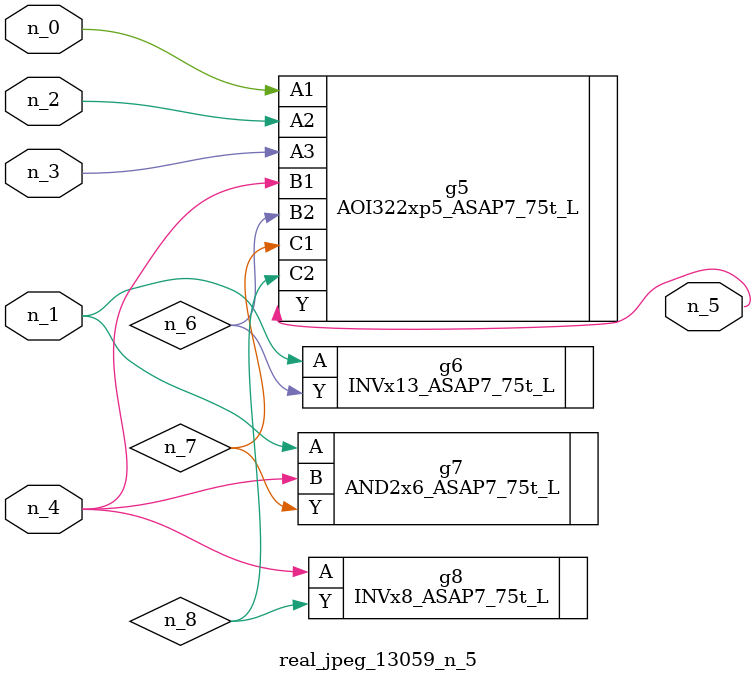
<source format=v>
module real_jpeg_13059_n_5 (n_4, n_0, n_1, n_2, n_3, n_5);

input n_4;
input n_0;
input n_1;
input n_2;
input n_3;

output n_5;

wire n_8;
wire n_6;
wire n_7;

AOI322xp5_ASAP7_75t_L g5 ( 
.A1(n_0),
.A2(n_2),
.A3(n_3),
.B1(n_4),
.B2(n_6),
.C1(n_7),
.C2(n_8),
.Y(n_5)
);

INVx13_ASAP7_75t_L g6 ( 
.A(n_1),
.Y(n_6)
);

AND2x6_ASAP7_75t_L g7 ( 
.A(n_1),
.B(n_4),
.Y(n_7)
);

INVx8_ASAP7_75t_L g8 ( 
.A(n_4),
.Y(n_8)
);


endmodule
</source>
